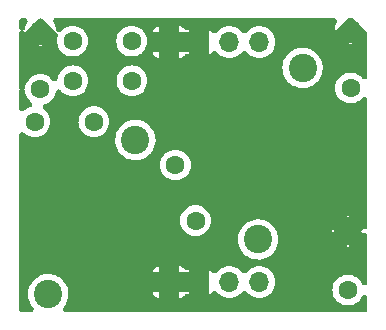
<source format=gbr>
%TF.GenerationSoftware,KiCad,Pcbnew,(6.0.11)*%
%TF.CreationDate,2023-05-06T11:24:47-05:00*%
%TF.ProjectId,SerialResonantFilter,53657269-616c-4526-9573-6f6e616e7446,rev?*%
%TF.SameCoordinates,Original*%
%TF.FileFunction,Copper,L2,Bot*%
%TF.FilePolarity,Positive*%
%FSLAX46Y46*%
G04 Gerber Fmt 4.6, Leading zero omitted, Abs format (unit mm)*
G04 Created by KiCad (PCBNEW (6.0.11)) date 2023-05-06 11:24:47*
%MOMM*%
%LPD*%
G01*
G04 APERTURE LIST*
%TA.AperFunction,ComponentPad*%
%ADD10C,1.600000*%
%TD*%
%TA.AperFunction,ComponentPad*%
%ADD11C,2.400000*%
%TD*%
%TA.AperFunction,ComponentPad*%
%ADD12R,1.700000X1.700000*%
%TD*%
%TA.AperFunction,ComponentPad*%
%ADD13O,1.700000X1.700000*%
%TD*%
G04 APERTURE END LIST*
D10*
%TO.P,C1,1*%
%TO.N,GND*%
X147940000Y-90330000D03*
%TO.P,C1,2*%
%TO.N,Net-(C1-Pad2)*%
X147940000Y-95330000D03*
%TD*%
%TO.P,C2,1*%
%TO.N,Net-(C2-Pad1)*%
X129400000Y-91360000D03*
%TO.P,C2,2*%
%TO.N,Net-(C2-Pad2)*%
X124400000Y-91360000D03*
%TD*%
%TO.P,C3,1*%
%TO.N,Net-(C2-Pad1)*%
X129420000Y-94720000D03*
%TO.P,C3,2*%
%TO.N,Net-(C2-Pad2)*%
X124420000Y-94720000D03*
%TD*%
%TO.P,C4,2*%
%TO.N,Net-(C2-Pad2)*%
X121670000Y-95460000D03*
%TO.P,C4,1*%
%TO.N,GND*%
X121670000Y-90460000D03*
%TD*%
%TO.P,C5,1*%
%TO.N,Net-(C2-Pad2)*%
X126200000Y-98180000D03*
%TO.P,C5,2*%
%TO.N,Net-(C5-Pad2)*%
X121200000Y-98180000D03*
%TD*%
%TO.P,C6,1*%
%TO.N,GND*%
X147701000Y-107442000D03*
%TO.P,C6,2*%
%TO.N,Net-(C5-Pad2)*%
X147701000Y-112442000D03*
%TD*%
%TO.P,C7,1*%
%TO.N,Net-(C2-Pad2)*%
X133096000Y-101854000D03*
%TO.P,C7,2*%
%TO.N,Net-(C5-Pad2)*%
X134806101Y-106552463D03*
%TD*%
D11*
%TO.P,L2,1*%
%TO.N,Net-(C1-Pad2)*%
X143868600Y-93639452D03*
%TO.P,L2,2*%
%TO.N,Net-(C2-Pad1)*%
X140114472Y-108152326D03*
%TD*%
%TO.P,L3,1*%
%TO.N,Net-(C2-Pad2)*%
X129720000Y-99739705D03*
%TO.P,L3,2*%
%TO.N,Net-(C5-Pad2)*%
X122337583Y-112786425D03*
%TD*%
D12*
%TO.P,J1,1,Pin_1*%
%TO.N,GND*%
X132588000Y-111760000D03*
D13*
%TO.P,J1,2,Pin_2*%
X135128000Y-111760000D03*
%TO.P,J1,3,Pin_3*%
%TO.N,Net-(C5-Pad2)*%
X137668000Y-111760000D03*
%TO.P,J1,4,Pin_4*%
X140208000Y-111760000D03*
%TD*%
D12*
%TO.P,J2,1,Pin_1*%
%TO.N,GND*%
X132588000Y-91440000D03*
D13*
%TO.P,J2,2,Pin_2*%
X135128000Y-91440000D03*
%TO.P,J2,3,Pin_3*%
%TO.N,Net-(C1-Pad2)*%
X137668000Y-91440000D03*
%TO.P,J2,4,Pin_4*%
X140208000Y-91440000D03*
%TD*%
%TA.AperFunction,Conductor*%
%TO.N,GND*%
G36*
X120432060Y-89419454D02*
G01*
X120512842Y-89473430D01*
X120566818Y-89554212D01*
X120585772Y-89649500D01*
X120566818Y-89744788D01*
X120540741Y-89792320D01*
X120539147Y-89794597D01*
X120528320Y-89813349D01*
X120440779Y-90001081D01*
X120433375Y-90021424D01*
X120379763Y-90221507D01*
X120374717Y-90250124D01*
X120339505Y-90340673D01*
X120272321Y-90410854D01*
X120213415Y-90436774D01*
X120224788Y-90439036D01*
X120305570Y-90493012D01*
X120359546Y-90573794D01*
X120368553Y-90599407D01*
X120374859Y-90621043D01*
X120385085Y-90613545D01*
X120538629Y-90460000D01*
X121493930Y-89504700D01*
X121574711Y-89450723D01*
X121669999Y-89431769D01*
X121765287Y-89450723D01*
X121846070Y-89504699D01*
X122801371Y-90460000D01*
X122951043Y-90609673D01*
X122970252Y-90622508D01*
X122976270Y-90623705D01*
X123066029Y-90660885D01*
X123134728Y-90729584D01*
X123171907Y-90819344D01*
X123171906Y-90916499D01*
X123168207Y-90932365D01*
X123114365Y-91133308D01*
X123113418Y-91144136D01*
X123113417Y-91144140D01*
X123095480Y-91349164D01*
X123094532Y-91360000D01*
X123114365Y-91586692D01*
X123125981Y-91630044D01*
X123159501Y-91755141D01*
X123173261Y-91806496D01*
X123269432Y-92012734D01*
X123399953Y-92199139D01*
X123560861Y-92360047D01*
X123651965Y-92423838D01*
X123728359Y-92477329D01*
X123747266Y-92490568D01*
X123953504Y-92586739D01*
X124173308Y-92645635D01*
X124184136Y-92646582D01*
X124184140Y-92646583D01*
X124389164Y-92664520D01*
X124400000Y-92665468D01*
X124410836Y-92664520D01*
X124615860Y-92646583D01*
X124615864Y-92646582D01*
X124626692Y-92645635D01*
X124846496Y-92586739D01*
X125052734Y-92490568D01*
X125071642Y-92477329D01*
X125148035Y-92423838D01*
X125239139Y-92360047D01*
X125400047Y-92199139D01*
X125530568Y-92012734D01*
X125626739Y-91806496D01*
X125640500Y-91755141D01*
X125674019Y-91630044D01*
X125685635Y-91586692D01*
X125705468Y-91360000D01*
X128094532Y-91360000D01*
X128114365Y-91586692D01*
X128125981Y-91630044D01*
X128159501Y-91755141D01*
X128173261Y-91806496D01*
X128269432Y-92012734D01*
X128399953Y-92199139D01*
X128560861Y-92360047D01*
X128651965Y-92423838D01*
X128728359Y-92477329D01*
X128747266Y-92490568D01*
X128953504Y-92586739D01*
X129173308Y-92645635D01*
X129184136Y-92646582D01*
X129184140Y-92646583D01*
X129389164Y-92664520D01*
X129400000Y-92665468D01*
X129410836Y-92664520D01*
X129615860Y-92646583D01*
X129615864Y-92646582D01*
X129626692Y-92645635D01*
X129846496Y-92586739D01*
X130052734Y-92490568D01*
X130071642Y-92477329D01*
X130148035Y-92423838D01*
X130239139Y-92360047D01*
X130267840Y-92331346D01*
X131230001Y-92331346D01*
X131230729Y-92344792D01*
X131235062Y-92384685D01*
X131242228Y-92414826D01*
X131281600Y-92519850D01*
X131298469Y-92550660D01*
X131364453Y-92638703D01*
X131389297Y-92663547D01*
X131477340Y-92729531D01*
X131508150Y-92746400D01*
X131613178Y-92785773D01*
X131643309Y-92792938D01*
X131683214Y-92797273D01*
X131696650Y-92798000D01*
X131713473Y-92798000D01*
X131733931Y-92793931D01*
X131738000Y-92773473D01*
X131738000Y-92773472D01*
X133438000Y-92773472D01*
X133442069Y-92793930D01*
X133462527Y-92797999D01*
X133479346Y-92797999D01*
X133492792Y-92797271D01*
X133532685Y-92792938D01*
X133562826Y-92785772D01*
X133667850Y-92746400D01*
X133698660Y-92729531D01*
X133786703Y-92663547D01*
X133811547Y-92638703D01*
X133888172Y-92536462D01*
X133889145Y-92537192D01*
X133939286Y-92477329D01*
X134025424Y-92432391D01*
X134122202Y-92423838D01*
X134214886Y-92452971D01*
X134254369Y-92479804D01*
X134259130Y-92483757D01*
X134276073Y-92492937D01*
X134276179Y-92492740D01*
X134278000Y-92480702D01*
X134278000Y-92477329D01*
X135978000Y-92477329D01*
X135981760Y-92496231D01*
X135986578Y-92495273D01*
X135989511Y-92493647D01*
X135999217Y-92486724D01*
X136014773Y-92473579D01*
X136158477Y-92330374D01*
X136171672Y-92314870D01*
X136199943Y-92275526D01*
X136270940Y-92209204D01*
X136361912Y-92175100D01*
X136459011Y-92178406D01*
X136547454Y-92218617D01*
X136606121Y-92278005D01*
X136629505Y-92311401D01*
X136796599Y-92478495D01*
X136805497Y-92484725D01*
X136805500Y-92484728D01*
X136981271Y-92607804D01*
X136990170Y-92614035D01*
X137000015Y-92618626D01*
X137000017Y-92618627D01*
X137050349Y-92642097D01*
X137204337Y-92713903D01*
X137214835Y-92716716D01*
X137214838Y-92716717D01*
X137262662Y-92729531D01*
X137432592Y-92775063D01*
X137443425Y-92776011D01*
X137443426Y-92776011D01*
X137555005Y-92785773D01*
X137648250Y-92793931D01*
X137657165Y-92794711D01*
X137668000Y-92795659D01*
X137678835Y-92794711D01*
X137687751Y-92793931D01*
X137780995Y-92785773D01*
X137892574Y-92776011D01*
X137892575Y-92776011D01*
X137903408Y-92775063D01*
X138073338Y-92729531D01*
X138121162Y-92716717D01*
X138121165Y-92716716D01*
X138131663Y-92713903D01*
X138285651Y-92642097D01*
X138335983Y-92618627D01*
X138335985Y-92618626D01*
X138345830Y-92614035D01*
X138354729Y-92607804D01*
X138530500Y-92484728D01*
X138530503Y-92484725D01*
X138539401Y-92478495D01*
X138706495Y-92311401D01*
X138734032Y-92272074D01*
X138804211Y-92204891D01*
X138894760Y-92169678D01*
X138991892Y-92171797D01*
X139080819Y-92210925D01*
X139141968Y-92272074D01*
X139169505Y-92311401D01*
X139336599Y-92478495D01*
X139345497Y-92484725D01*
X139345500Y-92484728D01*
X139521271Y-92607804D01*
X139530170Y-92614035D01*
X139540015Y-92618626D01*
X139540017Y-92618627D01*
X139590349Y-92642097D01*
X139744337Y-92713903D01*
X139754835Y-92716716D01*
X139754838Y-92716717D01*
X139802662Y-92729531D01*
X139972592Y-92775063D01*
X139983425Y-92776011D01*
X139983426Y-92776011D01*
X140095005Y-92785773D01*
X140188250Y-92793931D01*
X140197165Y-92794711D01*
X140208000Y-92795659D01*
X140218835Y-92794711D01*
X140227751Y-92793931D01*
X140320995Y-92785773D01*
X140432574Y-92776011D01*
X140432575Y-92776011D01*
X140443408Y-92775063D01*
X140613338Y-92729531D01*
X140661162Y-92716717D01*
X140661165Y-92716716D01*
X140671663Y-92713903D01*
X140825651Y-92642097D01*
X140875983Y-92618627D01*
X140875985Y-92618626D01*
X140885830Y-92614035D01*
X140894729Y-92607804D01*
X141070500Y-92484728D01*
X141070503Y-92484725D01*
X141079401Y-92478495D01*
X141246495Y-92311401D01*
X141348268Y-92166053D01*
X141375797Y-92126738D01*
X141375798Y-92126737D01*
X141382035Y-92117829D01*
X141407863Y-92062441D01*
X141477307Y-91913520D01*
X141477309Y-91913516D01*
X141481903Y-91903663D01*
X141543063Y-91675408D01*
X141547296Y-91627030D01*
X147779645Y-91627030D01*
X147791964Y-91630044D01*
X147929164Y-91642048D01*
X147950836Y-91642048D01*
X148082582Y-91630522D01*
X148101043Y-91625141D01*
X148093545Y-91614915D01*
X147957341Y-91478711D01*
X147940000Y-91467124D01*
X147922659Y-91478711D01*
X147790327Y-91611043D01*
X147779645Y-91627030D01*
X141547296Y-91627030D01*
X141563659Y-91440000D01*
X141543063Y-91204592D01*
X141481903Y-90976337D01*
X141452604Y-90913504D01*
X141386631Y-90772027D01*
X141382035Y-90762171D01*
X141246495Y-90568599D01*
X141079401Y-90401505D01*
X141070503Y-90395275D01*
X141070500Y-90395272D01*
X140894729Y-90272196D01*
X140894728Y-90272195D01*
X140885830Y-90265965D01*
X140875985Y-90261374D01*
X140875983Y-90261373D01*
X140759135Y-90206886D01*
X140671663Y-90166097D01*
X140661165Y-90163284D01*
X140661162Y-90163283D01*
X140549116Y-90133261D01*
X140443408Y-90104937D01*
X140432575Y-90103989D01*
X140432574Y-90103989D01*
X140227762Y-90086070D01*
X140208000Y-90084341D01*
X140188238Y-90086070D01*
X139983426Y-90103989D01*
X139983425Y-90103989D01*
X139972592Y-90104937D01*
X139744337Y-90166097D01*
X139734484Y-90170691D01*
X139734480Y-90170693D01*
X139564142Y-90250124D01*
X139530171Y-90265965D01*
X139336599Y-90401505D01*
X139169505Y-90568599D01*
X139141968Y-90607926D01*
X139071789Y-90675109D01*
X138981240Y-90710322D01*
X138884108Y-90708203D01*
X138795181Y-90669075D01*
X138734032Y-90607926D01*
X138706495Y-90568599D01*
X138539401Y-90401505D01*
X138530503Y-90395275D01*
X138530500Y-90395272D01*
X138354729Y-90272196D01*
X138354728Y-90272195D01*
X138345830Y-90265965D01*
X138335985Y-90261374D01*
X138335983Y-90261373D01*
X138219135Y-90206886D01*
X138131663Y-90166097D01*
X138121165Y-90163284D01*
X138121162Y-90163283D01*
X138009116Y-90133261D01*
X137903408Y-90104937D01*
X137892575Y-90103989D01*
X137892574Y-90103989D01*
X137687762Y-90086070D01*
X137668000Y-90084341D01*
X137648238Y-90086070D01*
X137443426Y-90103989D01*
X137443425Y-90103989D01*
X137432592Y-90104937D01*
X137204337Y-90166097D01*
X137194484Y-90170691D01*
X137194480Y-90170693D01*
X137024142Y-90250124D01*
X136990171Y-90265965D01*
X136796599Y-90401505D01*
X136629505Y-90568599D01*
X136623270Y-90577504D01*
X136623268Y-90577506D01*
X136619173Y-90583354D01*
X136607849Y-90599527D01*
X136537671Y-90666710D01*
X136447122Y-90701924D01*
X136349990Y-90699807D01*
X136261063Y-90660679D01*
X136206603Y-90608638D01*
X136200741Y-90601027D01*
X136064209Y-90450980D01*
X136049305Y-90437082D01*
X135997246Y-90395968D01*
X135980085Y-90387206D01*
X135979271Y-90388800D01*
X135978000Y-90397961D01*
X135978000Y-92477329D01*
X134278000Y-92477329D01*
X134278000Y-92314527D01*
X134273931Y-92294069D01*
X134253473Y-92290000D01*
X134092079Y-92290000D01*
X134055354Y-92297305D01*
X133958201Y-92297305D01*
X133921475Y-92290000D01*
X133462527Y-92290000D01*
X133442069Y-92294069D01*
X133438000Y-92314527D01*
X133438000Y-92773472D01*
X131738000Y-92773472D01*
X131738000Y-92314527D01*
X131733931Y-92294069D01*
X131713473Y-92290000D01*
X131254528Y-92290000D01*
X131234070Y-92294069D01*
X131230001Y-92314527D01*
X131230001Y-92331346D01*
X130267840Y-92331346D01*
X130400047Y-92199139D01*
X130530568Y-92012734D01*
X130626739Y-91806496D01*
X130640500Y-91755141D01*
X130674019Y-91630044D01*
X130685635Y-91586692D01*
X130705468Y-91360000D01*
X130704520Y-91349164D01*
X130686583Y-91144140D01*
X130686582Y-91144136D01*
X130685635Y-91133308D01*
X130626739Y-90913504D01*
X130530568Y-90707266D01*
X130431284Y-90565473D01*
X131230000Y-90565473D01*
X131234069Y-90585931D01*
X131254527Y-90590000D01*
X131713473Y-90590000D01*
X131733931Y-90585931D01*
X131738000Y-90565473D01*
X133438000Y-90565473D01*
X133442069Y-90585931D01*
X133462527Y-90590000D01*
X133921476Y-90590000D01*
X133951469Y-90584034D01*
X134048624Y-90584033D01*
X134063551Y-90588640D01*
X134076709Y-90590000D01*
X134253473Y-90590000D01*
X134273931Y-90585931D01*
X134278000Y-90565473D01*
X134278000Y-90404465D01*
X134274240Y-90385565D01*
X134270952Y-90386219D01*
X134265472Y-90389345D01*
X134243698Y-90405693D01*
X134156117Y-90447749D01*
X134059109Y-90453088D01*
X133967442Y-90420897D01*
X133895072Y-90356077D01*
X133879745Y-90332293D01*
X133811547Y-90241297D01*
X133786703Y-90216453D01*
X133698660Y-90150469D01*
X133667850Y-90133600D01*
X133562822Y-90094227D01*
X133532691Y-90087062D01*
X133492786Y-90082727D01*
X133479350Y-90082000D01*
X133462527Y-90082000D01*
X133442069Y-90086069D01*
X133438000Y-90106527D01*
X133438000Y-90565473D01*
X131738000Y-90565473D01*
X131738000Y-90106528D01*
X131733931Y-90086070D01*
X131713473Y-90082001D01*
X131696654Y-90082001D01*
X131683208Y-90082729D01*
X131643315Y-90087062D01*
X131613174Y-90094228D01*
X131508150Y-90133600D01*
X131477340Y-90150469D01*
X131389297Y-90216453D01*
X131364453Y-90241297D01*
X131298469Y-90329340D01*
X131281600Y-90360150D01*
X131242227Y-90465178D01*
X131235062Y-90495309D01*
X131230727Y-90535214D01*
X131230000Y-90548650D01*
X131230000Y-90565473D01*
X130431284Y-90565473D01*
X130400047Y-90520861D01*
X130239139Y-90359953D01*
X130052734Y-90229432D01*
X129846496Y-90133261D01*
X129626692Y-90074365D01*
X129615864Y-90073418D01*
X129615860Y-90073417D01*
X129410836Y-90055480D01*
X129400000Y-90054532D01*
X129389164Y-90055480D01*
X129184140Y-90073417D01*
X129184136Y-90073418D01*
X129173308Y-90074365D01*
X128953504Y-90133261D01*
X128747266Y-90229432D01*
X128560861Y-90359953D01*
X128399953Y-90520861D01*
X128269432Y-90707266D01*
X128173261Y-90913504D01*
X128114365Y-91133308D01*
X128113418Y-91144136D01*
X128113417Y-91144140D01*
X128095480Y-91349164D01*
X128094532Y-91360000D01*
X125705468Y-91360000D01*
X125704520Y-91349164D01*
X125686583Y-91144140D01*
X125686582Y-91144136D01*
X125685635Y-91133308D01*
X125626739Y-90913504D01*
X125530568Y-90707266D01*
X125400047Y-90520861D01*
X125239139Y-90359953D01*
X125052734Y-90229432D01*
X124846496Y-90133261D01*
X124626692Y-90074365D01*
X124615864Y-90073418D01*
X124615860Y-90073417D01*
X124410836Y-90055480D01*
X124400000Y-90054532D01*
X124389164Y-90055480D01*
X124184140Y-90073417D01*
X124184136Y-90073418D01*
X124173308Y-90074365D01*
X123953504Y-90133261D01*
X123747266Y-90229432D01*
X123560861Y-90359953D01*
X123399953Y-90520861D01*
X123397802Y-90518710D01*
X123337917Y-90566763D01*
X123244641Y-90593941D01*
X123148065Y-90583354D01*
X123062891Y-90536615D01*
X123002087Y-90460839D01*
X122974911Y-90367587D01*
X122963996Y-90242824D01*
X122960237Y-90221507D01*
X122906625Y-90021424D01*
X122899221Y-90001081D01*
X122811680Y-89813349D01*
X122800853Y-89794597D01*
X122799259Y-89792320D01*
X122798363Y-89790283D01*
X122795417Y-89785181D01*
X122795976Y-89784858D01*
X122760130Y-89703393D01*
X122758011Y-89606261D01*
X122793224Y-89515712D01*
X122860408Y-89445531D01*
X122949335Y-89406402D01*
X123003228Y-89400500D01*
X146539363Y-89400500D01*
X146634651Y-89419454D01*
X146715433Y-89473430D01*
X146769409Y-89554212D01*
X146788363Y-89649500D01*
X146769409Y-89744788D01*
X146765033Y-89754732D01*
X146710783Y-89871072D01*
X146703375Y-89891424D01*
X146649763Y-90091507D01*
X146646004Y-90112824D01*
X146627951Y-90319173D01*
X146627952Y-90340833D01*
X146639478Y-90472582D01*
X146644859Y-90491043D01*
X146655085Y-90483545D01*
X146808629Y-90330000D01*
X147665198Y-89473431D01*
X147745979Y-89419454D01*
X147841268Y-89400500D01*
X148038731Y-89400500D01*
X148134019Y-89419454D01*
X148214801Y-89473430D01*
X149071371Y-90330000D01*
X149221044Y-90479674D01*
X149248834Y-90498242D01*
X149317534Y-90566940D01*
X149354715Y-90656700D01*
X149359500Y-90705280D01*
X149359500Y-94309174D01*
X149340546Y-94404462D01*
X149286570Y-94485244D01*
X149205788Y-94539220D01*
X149110500Y-94558174D01*
X149015212Y-94539220D01*
X148934430Y-94485244D01*
X148779139Y-94329953D01*
X148592734Y-94199432D01*
X148386496Y-94103261D01*
X148166692Y-94044365D01*
X148155864Y-94043418D01*
X148155860Y-94043417D01*
X147950836Y-94025480D01*
X147940000Y-94024532D01*
X147929164Y-94025480D01*
X147724140Y-94043417D01*
X147724136Y-94043418D01*
X147713308Y-94044365D01*
X147493504Y-94103261D01*
X147287266Y-94199432D01*
X147100861Y-94329953D01*
X146939953Y-94490861D01*
X146809432Y-94677266D01*
X146713261Y-94883504D01*
X146654365Y-95103308D01*
X146653418Y-95114136D01*
X146653417Y-95114140D01*
X146645618Y-95203285D01*
X146634532Y-95330000D01*
X146635480Y-95340836D01*
X146653276Y-95544241D01*
X146654365Y-95556692D01*
X146713261Y-95776496D01*
X146809432Y-95982734D01*
X146939953Y-96169139D01*
X147100861Y-96330047D01*
X147287266Y-96460568D01*
X147493504Y-96556739D01*
X147504001Y-96559552D01*
X147504002Y-96559552D01*
X147596476Y-96584330D01*
X147713308Y-96615635D01*
X147724136Y-96616582D01*
X147724140Y-96616583D01*
X147929164Y-96634520D01*
X147940000Y-96635468D01*
X147950836Y-96634520D01*
X148155860Y-96616583D01*
X148155864Y-96616582D01*
X148166692Y-96615635D01*
X148283524Y-96584330D01*
X148375998Y-96559552D01*
X148375999Y-96559552D01*
X148386496Y-96556739D01*
X148592734Y-96460568D01*
X148779139Y-96330047D01*
X148934430Y-96174756D01*
X149015212Y-96120780D01*
X149110500Y-96101826D01*
X149205788Y-96120780D01*
X149286570Y-96174756D01*
X149340546Y-96255538D01*
X149359500Y-96350826D01*
X149359500Y-107057392D01*
X149340546Y-107152680D01*
X149286570Y-107233462D01*
X149205788Y-107287438D01*
X149110500Y-107306392D01*
X149015212Y-107287438D01*
X148999544Y-107279923D01*
X148996237Y-107280887D01*
X148985915Y-107288455D01*
X148849714Y-107424657D01*
X148838125Y-107442001D01*
X148849711Y-107459340D01*
X148982041Y-107591671D01*
X149000394Y-107603934D01*
X149027427Y-107598557D01*
X149061929Y-107584267D01*
X149159084Y-107584270D01*
X149248842Y-107621452D01*
X149317540Y-107690152D01*
X149354717Y-107779913D01*
X149359500Y-107828484D01*
X149359500Y-111798253D01*
X149340546Y-111893541D01*
X149286570Y-111974323D01*
X149205788Y-112028299D01*
X149110500Y-112047253D01*
X149015212Y-112028299D01*
X148934430Y-111974323D01*
X148884830Y-111903485D01*
X148836166Y-111799126D01*
X148836164Y-111799122D01*
X148831568Y-111789266D01*
X148701047Y-111602861D01*
X148540139Y-111441953D01*
X148353734Y-111311432D01*
X148147496Y-111215261D01*
X148110426Y-111205328D01*
X147938190Y-111159178D01*
X147938191Y-111159178D01*
X147927692Y-111156365D01*
X147916864Y-111155418D01*
X147916860Y-111155417D01*
X147711836Y-111137480D01*
X147701000Y-111136532D01*
X147690164Y-111137480D01*
X147485140Y-111155417D01*
X147485136Y-111155418D01*
X147474308Y-111156365D01*
X147463809Y-111159178D01*
X147463810Y-111159178D01*
X147291575Y-111205328D01*
X147254504Y-111215261D01*
X147048266Y-111311432D01*
X146861861Y-111441953D01*
X146700953Y-111602861D01*
X146570432Y-111789266D01*
X146474261Y-111995504D01*
X146415365Y-112215308D01*
X146414418Y-112226136D01*
X146414417Y-112226140D01*
X146396759Y-112427973D01*
X146395532Y-112442000D01*
X146396480Y-112452836D01*
X146409181Y-112598005D01*
X146415365Y-112668692D01*
X146418178Y-112679190D01*
X146465678Y-112856462D01*
X146474261Y-112888496D01*
X146570432Y-113094734D01*
X146576670Y-113103642D01*
X146576670Y-113103643D01*
X146583178Y-113112938D01*
X146700953Y-113281139D01*
X146861861Y-113442047D01*
X147048266Y-113572568D01*
X147254504Y-113668739D01*
X147474308Y-113727635D01*
X147485136Y-113728582D01*
X147485140Y-113728583D01*
X147690164Y-113746520D01*
X147701000Y-113747468D01*
X147711836Y-113746520D01*
X147916860Y-113728583D01*
X147916864Y-113728582D01*
X147927692Y-113727635D01*
X148147496Y-113668739D01*
X148353734Y-113572568D01*
X148540139Y-113442047D01*
X148701047Y-113281139D01*
X148818822Y-113112938D01*
X148825330Y-113103643D01*
X148825330Y-113103642D01*
X148831568Y-113094734D01*
X148836166Y-113084874D01*
X148884830Y-112980515D01*
X148942278Y-112902165D01*
X149025338Y-112851763D01*
X149121362Y-112836984D01*
X149215732Y-112860077D01*
X149294082Y-112917525D01*
X149344484Y-113000585D01*
X149359500Y-113085747D01*
X149359500Y-114058500D01*
X149340546Y-114153788D01*
X149286570Y-114234570D01*
X149205788Y-114288546D01*
X149110500Y-114307500D01*
X123815081Y-114307500D01*
X123719793Y-114288546D01*
X123639011Y-114234570D01*
X123585035Y-114153788D01*
X123566081Y-114058500D01*
X123585035Y-113963212D01*
X123627874Y-113894322D01*
X123693379Y-113819629D01*
X123693387Y-113819619D01*
X123699471Y-113812681D01*
X123836202Y-113600109D01*
X123848609Y-113572568D01*
X123936218Y-113378081D01*
X123940011Y-113369661D01*
X124008617Y-113126401D01*
X124010204Y-113113931D01*
X124020969Y-113029309D01*
X124040514Y-112875672D01*
X124042162Y-112812740D01*
X124042688Y-112792665D01*
X124042688Y-112792657D01*
X124042851Y-112786425D01*
X124032813Y-112651346D01*
X131230001Y-112651346D01*
X131230729Y-112664792D01*
X131235062Y-112704685D01*
X131242228Y-112734826D01*
X131281600Y-112839850D01*
X131298469Y-112870660D01*
X131364453Y-112958703D01*
X131389297Y-112983547D01*
X131477340Y-113049531D01*
X131508150Y-113066400D01*
X131613178Y-113105773D01*
X131643309Y-113112938D01*
X131683214Y-113117273D01*
X131696650Y-113118000D01*
X131713473Y-113118000D01*
X131733931Y-113113931D01*
X131738000Y-113093473D01*
X131738000Y-113093472D01*
X133438000Y-113093472D01*
X133442069Y-113113930D01*
X133462527Y-113117999D01*
X133479346Y-113117999D01*
X133492792Y-113117271D01*
X133532685Y-113112938D01*
X133562826Y-113105772D01*
X133667850Y-113066400D01*
X133698660Y-113049531D01*
X133786703Y-112983547D01*
X133811547Y-112958703D01*
X133888172Y-112856462D01*
X133889145Y-112857192D01*
X133939286Y-112797329D01*
X134025424Y-112752391D01*
X134122202Y-112743838D01*
X134214886Y-112772971D01*
X134254369Y-112799804D01*
X134259130Y-112803757D01*
X134276073Y-112812937D01*
X134276179Y-112812740D01*
X134278000Y-112800702D01*
X134278000Y-112797329D01*
X135978000Y-112797329D01*
X135981760Y-112816231D01*
X135986578Y-112815273D01*
X135989511Y-112813647D01*
X135999217Y-112806724D01*
X136014773Y-112793579D01*
X136158477Y-112650374D01*
X136171672Y-112634870D01*
X136199943Y-112595526D01*
X136270940Y-112529204D01*
X136361912Y-112495100D01*
X136459011Y-112498406D01*
X136547454Y-112538617D01*
X136606121Y-112598005D01*
X136629505Y-112631401D01*
X136796599Y-112798495D01*
X136805497Y-112804725D01*
X136805500Y-112804728D01*
X136939205Y-112898349D01*
X136990170Y-112934035D01*
X137000015Y-112938626D01*
X137000017Y-112938627D01*
X137076945Y-112974499D01*
X137204337Y-113033903D01*
X137214835Y-113036716D01*
X137214838Y-113036717D01*
X137262662Y-113049531D01*
X137432592Y-113095063D01*
X137443425Y-113096011D01*
X137443426Y-113096011D01*
X137555005Y-113105773D01*
X137648250Y-113113931D01*
X137657165Y-113114711D01*
X137668000Y-113115659D01*
X137678835Y-113114711D01*
X137687751Y-113113931D01*
X137780995Y-113105773D01*
X137892574Y-113096011D01*
X137892575Y-113096011D01*
X137903408Y-113095063D01*
X138073338Y-113049531D01*
X138121162Y-113036717D01*
X138121165Y-113036716D01*
X138131663Y-113033903D01*
X138259055Y-112974499D01*
X138335983Y-112938627D01*
X138335985Y-112938626D01*
X138345830Y-112934035D01*
X138396795Y-112898349D01*
X138530500Y-112804728D01*
X138530503Y-112804725D01*
X138539401Y-112798495D01*
X138706495Y-112631401D01*
X138734032Y-112592074D01*
X138804211Y-112524891D01*
X138894760Y-112489678D01*
X138991892Y-112491797D01*
X139080819Y-112530925D01*
X139141968Y-112592074D01*
X139169505Y-112631401D01*
X139336599Y-112798495D01*
X139345497Y-112804725D01*
X139345500Y-112804728D01*
X139479205Y-112898349D01*
X139530170Y-112934035D01*
X139540015Y-112938626D01*
X139540017Y-112938627D01*
X139616945Y-112974499D01*
X139744337Y-113033903D01*
X139754835Y-113036716D01*
X139754838Y-113036717D01*
X139802662Y-113049531D01*
X139972592Y-113095063D01*
X139983425Y-113096011D01*
X139983426Y-113096011D01*
X140095005Y-113105773D01*
X140188250Y-113113931D01*
X140197165Y-113114711D01*
X140208000Y-113115659D01*
X140218835Y-113114711D01*
X140227751Y-113113931D01*
X140320995Y-113105773D01*
X140432574Y-113096011D01*
X140432575Y-113096011D01*
X140443408Y-113095063D01*
X140613338Y-113049531D01*
X140661162Y-113036717D01*
X140661165Y-113036716D01*
X140671663Y-113033903D01*
X140799055Y-112974499D01*
X140875983Y-112938627D01*
X140875985Y-112938626D01*
X140885830Y-112934035D01*
X140936795Y-112898349D01*
X141070500Y-112804728D01*
X141070503Y-112804725D01*
X141079401Y-112798495D01*
X141246495Y-112631401D01*
X141382035Y-112437829D01*
X141447768Y-112296865D01*
X141477307Y-112233520D01*
X141477309Y-112233516D01*
X141481903Y-112223663D01*
X141543063Y-111995408D01*
X141563659Y-111760000D01*
X141543063Y-111524592D01*
X141481903Y-111296337D01*
X141444097Y-111215261D01*
X141386631Y-111092027D01*
X141382035Y-111082171D01*
X141246495Y-110888599D01*
X141079401Y-110721505D01*
X141070503Y-110715275D01*
X141070500Y-110715272D01*
X140894729Y-110592196D01*
X140894728Y-110592195D01*
X140885830Y-110585965D01*
X140875985Y-110581374D01*
X140875983Y-110581373D01*
X140779651Y-110536453D01*
X140671663Y-110486097D01*
X140661165Y-110483284D01*
X140661162Y-110483283D01*
X140550381Y-110453600D01*
X140443408Y-110424937D01*
X140432575Y-110423989D01*
X140432574Y-110423989D01*
X140227762Y-110406070D01*
X140208000Y-110404341D01*
X140188238Y-110406070D01*
X139983426Y-110423989D01*
X139983425Y-110423989D01*
X139972592Y-110424937D01*
X139744337Y-110486097D01*
X139734484Y-110490691D01*
X139734480Y-110490693D01*
X139636349Y-110536453D01*
X139530171Y-110585965D01*
X139336599Y-110721505D01*
X139169505Y-110888599D01*
X139141968Y-110927926D01*
X139071789Y-110995109D01*
X138981240Y-111030322D01*
X138884108Y-111028203D01*
X138795181Y-110989075D01*
X138734032Y-110927926D01*
X138706495Y-110888599D01*
X138539401Y-110721505D01*
X138530503Y-110715275D01*
X138530500Y-110715272D01*
X138354729Y-110592196D01*
X138354728Y-110592195D01*
X138345830Y-110585965D01*
X138335985Y-110581374D01*
X138335983Y-110581373D01*
X138239651Y-110536453D01*
X138131663Y-110486097D01*
X138121165Y-110483284D01*
X138121162Y-110483283D01*
X138010381Y-110453600D01*
X137903408Y-110424937D01*
X137892575Y-110423989D01*
X137892574Y-110423989D01*
X137687762Y-110406070D01*
X137668000Y-110404341D01*
X137648238Y-110406070D01*
X137443426Y-110423989D01*
X137443425Y-110423989D01*
X137432592Y-110424937D01*
X137204337Y-110486097D01*
X137194484Y-110490691D01*
X137194480Y-110490693D01*
X137096349Y-110536453D01*
X136990171Y-110585965D01*
X136796599Y-110721505D01*
X136629505Y-110888599D01*
X136623270Y-110897504D01*
X136623268Y-110897506D01*
X136618698Y-110904033D01*
X136607849Y-110919527D01*
X136537671Y-110986710D01*
X136447122Y-111021924D01*
X136349990Y-111019807D01*
X136261063Y-110980679D01*
X136206603Y-110928638D01*
X136200741Y-110921027D01*
X136064209Y-110770980D01*
X136049305Y-110757082D01*
X135997246Y-110715968D01*
X135980085Y-110707206D01*
X135979271Y-110708800D01*
X135978000Y-110717961D01*
X135978000Y-112797329D01*
X134278000Y-112797329D01*
X134278000Y-112634527D01*
X134273931Y-112614069D01*
X134253473Y-112610000D01*
X134092079Y-112610000D01*
X134055354Y-112617305D01*
X133958201Y-112617305D01*
X133921475Y-112610000D01*
X133462527Y-112610000D01*
X133442069Y-112614069D01*
X133438000Y-112634527D01*
X133438000Y-113093472D01*
X131738000Y-113093472D01*
X131738000Y-112634527D01*
X131733931Y-112614069D01*
X131713473Y-112610000D01*
X131254528Y-112610000D01*
X131234070Y-112614069D01*
X131230001Y-112634527D01*
X131230001Y-112651346D01*
X124032813Y-112651346D01*
X124031902Y-112639087D01*
X124024805Y-112543587D01*
X124024805Y-112543586D01*
X124024120Y-112534370D01*
X123968339Y-112287853D01*
X123876733Y-112052288D01*
X123751314Y-111832851D01*
X123745602Y-111825605D01*
X123745597Y-111825598D01*
X123600554Y-111641613D01*
X123600550Y-111641609D01*
X123594838Y-111634363D01*
X123410743Y-111461183D01*
X123403164Y-111455925D01*
X123403160Y-111455922D01*
X123210666Y-111322384D01*
X123210664Y-111322383D01*
X123203072Y-111317116D01*
X123194783Y-111313028D01*
X123194779Y-111313026D01*
X122984674Y-111209414D01*
X122984672Y-111209413D01*
X122976388Y-111205328D01*
X122832215Y-111159178D01*
X122744469Y-111131090D01*
X122744462Y-111131088D01*
X122735670Y-111128274D01*
X122613719Y-111108413D01*
X122495322Y-111089130D01*
X122495316Y-111089129D01*
X122486207Y-111087646D01*
X122476977Y-111087525D01*
X122476975Y-111087525D01*
X122303284Y-111085252D01*
X122233479Y-111084338D01*
X122224324Y-111085584D01*
X122224323Y-111085584D01*
X121992190Y-111117175D01*
X121992184Y-111117176D01*
X121983038Y-111118421D01*
X121740386Y-111189148D01*
X121732007Y-111193011D01*
X121732001Y-111193013D01*
X121519243Y-111291096D01*
X121510853Y-111294964D01*
X121299482Y-111433545D01*
X121292593Y-111439694D01*
X121292590Y-111439696D01*
X121118470Y-111595104D01*
X121110916Y-111601846D01*
X120949298Y-111796171D01*
X120927040Y-111832851D01*
X120822967Y-112004357D01*
X120822964Y-112004363D01*
X120818178Y-112012250D01*
X120814609Y-112020761D01*
X120814607Y-112020765D01*
X120726015Y-112232033D01*
X120720437Y-112245336D01*
X120658222Y-112490308D01*
X120632899Y-112741786D01*
X120636307Y-112812740D01*
X120643319Y-112958703D01*
X120645026Y-112994245D01*
X120694335Y-113242138D01*
X120697456Y-113250830D01*
X120697456Y-113250831D01*
X120768349Y-113448284D01*
X120779743Y-113480020D01*
X120784115Y-113488157D01*
X120784117Y-113488161D01*
X120881146Y-113668739D01*
X120899375Y-113702665D01*
X120904902Y-113710067D01*
X120904903Y-113710068D01*
X121050601Y-113905181D01*
X121049143Y-113906270D01*
X121090993Y-113979498D01*
X121103251Y-114075877D01*
X121077693Y-114169610D01*
X121018211Y-114246428D01*
X120933860Y-114294635D01*
X120854858Y-114307500D01*
X120129500Y-114307500D01*
X120034212Y-114288546D01*
X119953430Y-114234570D01*
X119899454Y-114153788D01*
X119880500Y-114058500D01*
X119880500Y-110885473D01*
X131230000Y-110885473D01*
X131234069Y-110905931D01*
X131254527Y-110910000D01*
X131713473Y-110910000D01*
X131733931Y-110905931D01*
X131738000Y-110885473D01*
X133438000Y-110885473D01*
X133442069Y-110905931D01*
X133462527Y-110910000D01*
X133921476Y-110910000D01*
X133951469Y-110904034D01*
X134048624Y-110904033D01*
X134063551Y-110908640D01*
X134076709Y-110910000D01*
X134253473Y-110910000D01*
X134273931Y-110905931D01*
X134278000Y-110885473D01*
X134278000Y-110724465D01*
X134274240Y-110705565D01*
X134270952Y-110706219D01*
X134265472Y-110709345D01*
X134243698Y-110725693D01*
X134156117Y-110767749D01*
X134059109Y-110773088D01*
X133967442Y-110740897D01*
X133895072Y-110676077D01*
X133879745Y-110652293D01*
X133811547Y-110561297D01*
X133786703Y-110536453D01*
X133698660Y-110470469D01*
X133667850Y-110453600D01*
X133562822Y-110414227D01*
X133532691Y-110407062D01*
X133492786Y-110402727D01*
X133479350Y-110402000D01*
X133462527Y-110402000D01*
X133442069Y-110406069D01*
X133438000Y-110426527D01*
X133438000Y-110885473D01*
X131738000Y-110885473D01*
X131738000Y-110426528D01*
X131733931Y-110406070D01*
X131713473Y-110402001D01*
X131696654Y-110402001D01*
X131683208Y-110402729D01*
X131643315Y-110407062D01*
X131613174Y-110414228D01*
X131508150Y-110453600D01*
X131477340Y-110470469D01*
X131389297Y-110536453D01*
X131364453Y-110561297D01*
X131298469Y-110649340D01*
X131281600Y-110680150D01*
X131242227Y-110785178D01*
X131235062Y-110815309D01*
X131230727Y-110855214D01*
X131230000Y-110868650D01*
X131230000Y-110885473D01*
X119880500Y-110885473D01*
X119880500Y-108107687D01*
X138409788Y-108107687D01*
X138421915Y-108360146D01*
X138471224Y-108608039D01*
X138474345Y-108616731D01*
X138474345Y-108616732D01*
X138513905Y-108726915D01*
X138556632Y-108845921D01*
X138561004Y-108854058D01*
X138561006Y-108854062D01*
X138625330Y-108973773D01*
X138676264Y-109068566D01*
X138827490Y-109271082D01*
X139006989Y-109449022D01*
X139014441Y-109454486D01*
X139111901Y-109525946D01*
X139210818Y-109598475D01*
X139218982Y-109602771D01*
X139218988Y-109602774D01*
X139327864Y-109660056D01*
X139434498Y-109716159D01*
X139673116Y-109799488D01*
X139921430Y-109846632D01*
X139930652Y-109846994D01*
X139930658Y-109846995D01*
X140047707Y-109851593D01*
X140173985Y-109856555D01*
X140183160Y-109855550D01*
X140183165Y-109855550D01*
X140416049Y-109830045D01*
X140416053Y-109830044D01*
X140425232Y-109829039D01*
X140669653Y-109764689D01*
X140901877Y-109664917D01*
X140909729Y-109660058D01*
X140909733Y-109660056D01*
X141108944Y-109536780D01*
X141116803Y-109531917D01*
X141309710Y-109368609D01*
X141395240Y-109271082D01*
X141470274Y-109185522D01*
X141470275Y-109185520D01*
X141476360Y-109178582D01*
X141613091Y-108966010D01*
X141715338Y-108739030D01*
X147540646Y-108739030D01*
X147552968Y-108742045D01*
X147690164Y-108754048D01*
X147711836Y-108754048D01*
X147843582Y-108742522D01*
X147862043Y-108737141D01*
X147854545Y-108726915D01*
X147718343Y-108590714D01*
X147700999Y-108579125D01*
X147683660Y-108590711D01*
X147551329Y-108723041D01*
X147540646Y-108739030D01*
X141715338Y-108739030D01*
X141716900Y-108735562D01*
X141785506Y-108492302D01*
X141817403Y-108241573D01*
X141819740Y-108152326D01*
X141801009Y-107900271D01*
X141745228Y-107653754D01*
X141669625Y-107459340D01*
X141667096Y-107452836D01*
X146388952Y-107452836D01*
X146400478Y-107584582D01*
X146405859Y-107603043D01*
X146416085Y-107595545D01*
X146552286Y-107459343D01*
X146563875Y-107441999D01*
X146552289Y-107424660D01*
X146419959Y-107292329D01*
X146403970Y-107281646D01*
X146400955Y-107293968D01*
X146388952Y-107431164D01*
X146388952Y-107452836D01*
X141667096Y-107452836D01*
X141656974Y-107426808D01*
X141656973Y-107426805D01*
X141653622Y-107418189D01*
X141528203Y-107198752D01*
X141522491Y-107191506D01*
X141522486Y-107191499D01*
X141377443Y-107007514D01*
X141377439Y-107007510D01*
X141371727Y-107000264D01*
X141187632Y-106827084D01*
X141180053Y-106821826D01*
X141180049Y-106821823D01*
X140987555Y-106688285D01*
X140987553Y-106688284D01*
X140979961Y-106683017D01*
X140971672Y-106678929D01*
X140971668Y-106678927D01*
X140761563Y-106575315D01*
X140761561Y-106575314D01*
X140753277Y-106571229D01*
X140660800Y-106541627D01*
X140521358Y-106496991D01*
X140521351Y-106496989D01*
X140512559Y-106494175D01*
X140390608Y-106474314D01*
X140272211Y-106455031D01*
X140272205Y-106455030D01*
X140263096Y-106453547D01*
X140253866Y-106453426D01*
X140253864Y-106453426D01*
X140080173Y-106451153D01*
X140010368Y-106450239D01*
X140001213Y-106451485D01*
X140001212Y-106451485D01*
X139769079Y-106483076D01*
X139769073Y-106483077D01*
X139759927Y-106484322D01*
X139517275Y-106555049D01*
X139508896Y-106558912D01*
X139508890Y-106558914D01*
X139296132Y-106656997D01*
X139287742Y-106660865D01*
X139280014Y-106665932D01*
X139091308Y-106789653D01*
X139076371Y-106799446D01*
X139069482Y-106805595D01*
X139069479Y-106805597D01*
X139045405Y-106827084D01*
X138887805Y-106967747D01*
X138726187Y-107162072D01*
X138671498Y-107252196D01*
X138599856Y-107370258D01*
X138599853Y-107370264D01*
X138595067Y-107378151D01*
X138591498Y-107386662D01*
X138591496Y-107386666D01*
X138561020Y-107459343D01*
X138497326Y-107611237D01*
X138435111Y-107856209D01*
X138409788Y-108107687D01*
X119880500Y-108107687D01*
X119880500Y-106552463D01*
X133500633Y-106552463D01*
X133501581Y-106563299D01*
X133509779Y-106656997D01*
X133520466Y-106779155D01*
X133579362Y-106998959D01*
X133675533Y-107205197D01*
X133806054Y-107391602D01*
X133966962Y-107552510D01*
X134153367Y-107683031D01*
X134359605Y-107779202D01*
X134579409Y-107838098D01*
X134590237Y-107839045D01*
X134590241Y-107839046D01*
X134795265Y-107856983D01*
X134806101Y-107857931D01*
X134816937Y-107856983D01*
X135021961Y-107839046D01*
X135021965Y-107839045D01*
X135032793Y-107838098D01*
X135252597Y-107779202D01*
X135458835Y-107683031D01*
X135645240Y-107552510D01*
X135806148Y-107391602D01*
X135936669Y-107205197D01*
X136032840Y-106998959D01*
X136091736Y-106779155D01*
X136102424Y-106656997D01*
X136110621Y-106563299D01*
X136111569Y-106552463D01*
X136106716Y-106496991D01*
X136092684Y-106336603D01*
X136092683Y-106336599D01*
X136091736Y-106325771D01*
X136043797Y-106146859D01*
X147539957Y-106146859D01*
X147547455Y-106157085D01*
X147683657Y-106293286D01*
X147701001Y-106304875D01*
X147718340Y-106293289D01*
X147850671Y-106160959D01*
X147861354Y-106144970D01*
X147849032Y-106141955D01*
X147711836Y-106129952D01*
X147690164Y-106129952D01*
X147558418Y-106141478D01*
X147539957Y-106146859D01*
X136043797Y-106146859D01*
X136032840Y-106105967D01*
X135936669Y-105899729D01*
X135806148Y-105713324D01*
X135645240Y-105552416D01*
X135458835Y-105421895D01*
X135252597Y-105325724D01*
X135032793Y-105266828D01*
X135021965Y-105265881D01*
X135021961Y-105265880D01*
X134816937Y-105247943D01*
X134806101Y-105246995D01*
X134795265Y-105247943D01*
X134590241Y-105265880D01*
X134590237Y-105265881D01*
X134579409Y-105266828D01*
X134359605Y-105325724D01*
X134153367Y-105421895D01*
X133966962Y-105552416D01*
X133806054Y-105713324D01*
X133675533Y-105899729D01*
X133579362Y-106105967D01*
X133520466Y-106325771D01*
X133519519Y-106336599D01*
X133519518Y-106336603D01*
X133505486Y-106496991D01*
X133500633Y-106552463D01*
X119880500Y-106552463D01*
X119880500Y-101854000D01*
X131790532Y-101854000D01*
X131810365Y-102080692D01*
X131869261Y-102300496D01*
X131965432Y-102506734D01*
X132095953Y-102693139D01*
X132256861Y-102854047D01*
X132443266Y-102984568D01*
X132649504Y-103080739D01*
X132869308Y-103139635D01*
X132880136Y-103140582D01*
X132880140Y-103140583D01*
X133085164Y-103158520D01*
X133096000Y-103159468D01*
X133106836Y-103158520D01*
X133311860Y-103140583D01*
X133311864Y-103140582D01*
X133322692Y-103139635D01*
X133542496Y-103080739D01*
X133748734Y-102984568D01*
X133935139Y-102854047D01*
X134096047Y-102693139D01*
X134226568Y-102506734D01*
X134322739Y-102300496D01*
X134381635Y-102080692D01*
X134401468Y-101854000D01*
X134381635Y-101627308D01*
X134329939Y-101434374D01*
X134325552Y-101418002D01*
X134325552Y-101418001D01*
X134322739Y-101407504D01*
X134226568Y-101201266D01*
X134215777Y-101185854D01*
X134197842Y-101160240D01*
X134096047Y-101014861D01*
X133935139Y-100853953D01*
X133748734Y-100723432D01*
X133542496Y-100627261D01*
X133322692Y-100568365D01*
X133311864Y-100567418D01*
X133311860Y-100567417D01*
X133106836Y-100549480D01*
X133096000Y-100548532D01*
X133085164Y-100549480D01*
X132880140Y-100567417D01*
X132880136Y-100567418D01*
X132869308Y-100568365D01*
X132649504Y-100627261D01*
X132443266Y-100723432D01*
X132256861Y-100853953D01*
X132095953Y-101014861D01*
X131994158Y-101160240D01*
X131976224Y-101185854D01*
X131965432Y-101201266D01*
X131869261Y-101407504D01*
X131866448Y-101418001D01*
X131866448Y-101418002D01*
X131862061Y-101434374D01*
X131810365Y-101627308D01*
X131790532Y-101854000D01*
X119880500Y-101854000D01*
X119880500Y-99695066D01*
X128015316Y-99695066D01*
X128027443Y-99947525D01*
X128076752Y-100195418D01*
X128162160Y-100433300D01*
X128166532Y-100441437D01*
X128166534Y-100441441D01*
X128230858Y-100561152D01*
X128281792Y-100655945D01*
X128433018Y-100858461D01*
X128612517Y-101036401D01*
X128619969Y-101041865D01*
X128717429Y-101113325D01*
X128816346Y-101185854D01*
X128824510Y-101190150D01*
X128824516Y-101190153D01*
X128864372Y-101211122D01*
X129040026Y-101303538D01*
X129278644Y-101386867D01*
X129526958Y-101434011D01*
X129536180Y-101434373D01*
X129536186Y-101434374D01*
X129653236Y-101438973D01*
X129779513Y-101443934D01*
X129788688Y-101442929D01*
X129788693Y-101442929D01*
X130021577Y-101417424D01*
X130021581Y-101417423D01*
X130030760Y-101416418D01*
X130275181Y-101352068D01*
X130507405Y-101252296D01*
X130515257Y-101247437D01*
X130515261Y-101247435D01*
X130714472Y-101124159D01*
X130722331Y-101119296D01*
X130915238Y-100955988D01*
X131000768Y-100858461D01*
X131075802Y-100772901D01*
X131075803Y-100772899D01*
X131081888Y-100765961D01*
X131218619Y-100553389D01*
X131322428Y-100322941D01*
X131391034Y-100079681D01*
X131422931Y-99828952D01*
X131425268Y-99739705D01*
X131406537Y-99487650D01*
X131350756Y-99241133D01*
X131297537Y-99104281D01*
X131262502Y-99014187D01*
X131262501Y-99014184D01*
X131259150Y-99005568D01*
X131133731Y-98786131D01*
X131128019Y-98778885D01*
X131128014Y-98778878D01*
X130982971Y-98594893D01*
X130982967Y-98594889D01*
X130977255Y-98587643D01*
X130793160Y-98414463D01*
X130785581Y-98409205D01*
X130785577Y-98409202D01*
X130593083Y-98275664D01*
X130593081Y-98275663D01*
X130585489Y-98270396D01*
X130577200Y-98266308D01*
X130577196Y-98266306D01*
X130367091Y-98162694D01*
X130367089Y-98162693D01*
X130358805Y-98158608D01*
X130275178Y-98131839D01*
X130126886Y-98084370D01*
X130126879Y-98084368D01*
X130118087Y-98081554D01*
X129996136Y-98061693D01*
X129877739Y-98042410D01*
X129877733Y-98042409D01*
X129868624Y-98040926D01*
X129859394Y-98040805D01*
X129859392Y-98040805D01*
X129685701Y-98038532D01*
X129615896Y-98037618D01*
X129606741Y-98038864D01*
X129606740Y-98038864D01*
X129374607Y-98070455D01*
X129374601Y-98070456D01*
X129365455Y-98071701D01*
X129122803Y-98142428D01*
X129114424Y-98146291D01*
X129114418Y-98146293D01*
X128901660Y-98244376D01*
X128893270Y-98248244D01*
X128681899Y-98386825D01*
X128675010Y-98392974D01*
X128675007Y-98392976D01*
X128643845Y-98420789D01*
X128493333Y-98555126D01*
X128331715Y-98749451D01*
X128309457Y-98786131D01*
X128205384Y-98957637D01*
X128205381Y-98957643D01*
X128200595Y-98965530D01*
X128197026Y-98974041D01*
X128197024Y-98974045D01*
X128181850Y-99010231D01*
X128102854Y-99198616D01*
X128040639Y-99443588D01*
X128015316Y-99695066D01*
X119880500Y-99695066D01*
X119880500Y-99300826D01*
X119899454Y-99205538D01*
X119953430Y-99124756D01*
X120034212Y-99070780D01*
X120129500Y-99051826D01*
X120224788Y-99070780D01*
X120305570Y-99124756D01*
X120360861Y-99180047D01*
X120547266Y-99310568D01*
X120753504Y-99406739D01*
X120973308Y-99465635D01*
X120984136Y-99466582D01*
X120984140Y-99466583D01*
X121189164Y-99484520D01*
X121200000Y-99485468D01*
X121210836Y-99484520D01*
X121415860Y-99466583D01*
X121415864Y-99466582D01*
X121426692Y-99465635D01*
X121646496Y-99406739D01*
X121852734Y-99310568D01*
X122039139Y-99180047D01*
X122200047Y-99019139D01*
X122330568Y-98832734D01*
X122426739Y-98626496D01*
X122485635Y-98406692D01*
X122487817Y-98381758D01*
X122504520Y-98190836D01*
X122505468Y-98180000D01*
X124894532Y-98180000D01*
X124895480Y-98190836D01*
X124912184Y-98381758D01*
X124914365Y-98406692D01*
X124973261Y-98626496D01*
X125069432Y-98832734D01*
X125199953Y-99019139D01*
X125360861Y-99180047D01*
X125547266Y-99310568D01*
X125753504Y-99406739D01*
X125973308Y-99465635D01*
X125984136Y-99466582D01*
X125984140Y-99466583D01*
X126189164Y-99484520D01*
X126200000Y-99485468D01*
X126210836Y-99484520D01*
X126415860Y-99466583D01*
X126415864Y-99466582D01*
X126426692Y-99465635D01*
X126646496Y-99406739D01*
X126852734Y-99310568D01*
X127039139Y-99180047D01*
X127200047Y-99019139D01*
X127330568Y-98832734D01*
X127426739Y-98626496D01*
X127485635Y-98406692D01*
X127487817Y-98381758D01*
X127504520Y-98190836D01*
X127505468Y-98180000D01*
X127501955Y-98139844D01*
X127486583Y-97964140D01*
X127486582Y-97964136D01*
X127485635Y-97953308D01*
X127426739Y-97733504D01*
X127330568Y-97527266D01*
X127200047Y-97340861D01*
X127039139Y-97179953D01*
X126852734Y-97049432D01*
X126646496Y-96953261D01*
X126635991Y-96950446D01*
X126536594Y-96923813D01*
X126426692Y-96894365D01*
X126415864Y-96893418D01*
X126415860Y-96893417D01*
X126210836Y-96875480D01*
X126200000Y-96874532D01*
X126189164Y-96875480D01*
X125984140Y-96893417D01*
X125984136Y-96893418D01*
X125973308Y-96894365D01*
X125863406Y-96923813D01*
X125764010Y-96950446D01*
X125753504Y-96953261D01*
X125547266Y-97049432D01*
X125360861Y-97179953D01*
X125199953Y-97340861D01*
X125069432Y-97527266D01*
X124973261Y-97733504D01*
X124914365Y-97953308D01*
X124913418Y-97964136D01*
X124913417Y-97964140D01*
X124898045Y-98139844D01*
X124894532Y-98180000D01*
X122505468Y-98180000D01*
X122501955Y-98139844D01*
X122486583Y-97964140D01*
X122486582Y-97964136D01*
X122485635Y-97953308D01*
X122426739Y-97733504D01*
X122330568Y-97527266D01*
X122200047Y-97340861D01*
X122039139Y-97179953D01*
X121988525Y-97144513D01*
X121921341Y-97074332D01*
X121886128Y-96983783D01*
X121888247Y-96886652D01*
X121927376Y-96797724D01*
X121997557Y-96730540D01*
X122066901Y-96700028D01*
X122105994Y-96689554D01*
X122106005Y-96689550D01*
X122116496Y-96686739D01*
X122322734Y-96590568D01*
X122509139Y-96460047D01*
X122670047Y-96299139D01*
X122800568Y-96112734D01*
X122896739Y-95906496D01*
X122955635Y-95686692D01*
X122957501Y-95665359D01*
X122984686Y-95572090D01*
X123045496Y-95496319D01*
X123130674Y-95449588D01*
X123227251Y-95439009D01*
X123320525Y-95466195D01*
X123396296Y-95527005D01*
X123409515Y-95544232D01*
X123419953Y-95559139D01*
X123580861Y-95720047D01*
X123767266Y-95850568D01*
X123973504Y-95946739D01*
X124193308Y-96005635D01*
X124204136Y-96006582D01*
X124204140Y-96006583D01*
X124409164Y-96024520D01*
X124420000Y-96025468D01*
X124430836Y-96024520D01*
X124635860Y-96006583D01*
X124635864Y-96006582D01*
X124646692Y-96005635D01*
X124866496Y-95946739D01*
X125072734Y-95850568D01*
X125259139Y-95720047D01*
X125420047Y-95559139D01*
X125550568Y-95372734D01*
X125646739Y-95166496D01*
X125705635Y-94946692D01*
X125713071Y-94861704D01*
X125724520Y-94730836D01*
X125725468Y-94720000D01*
X128114532Y-94720000D01*
X128115480Y-94730836D01*
X128126930Y-94861704D01*
X128134365Y-94946692D01*
X128193261Y-95166496D01*
X128289432Y-95372734D01*
X128419953Y-95559139D01*
X128580861Y-95720047D01*
X128767266Y-95850568D01*
X128973504Y-95946739D01*
X129193308Y-96005635D01*
X129204136Y-96006582D01*
X129204140Y-96006583D01*
X129409164Y-96024520D01*
X129420000Y-96025468D01*
X129430836Y-96024520D01*
X129635860Y-96006583D01*
X129635864Y-96006582D01*
X129646692Y-96005635D01*
X129866496Y-95946739D01*
X130072734Y-95850568D01*
X130259139Y-95720047D01*
X130420047Y-95559139D01*
X130550568Y-95372734D01*
X130646739Y-95166496D01*
X130705635Y-94946692D01*
X130713071Y-94861704D01*
X130724520Y-94730836D01*
X130725468Y-94720000D01*
X130722592Y-94687122D01*
X130706583Y-94504140D01*
X130706582Y-94504136D01*
X130705635Y-94493308D01*
X130646739Y-94273504D01*
X130550568Y-94067266D01*
X130420047Y-93880861D01*
X130259139Y-93719953D01*
X130080419Y-93594813D01*
X142163916Y-93594813D01*
X142176043Y-93847272D01*
X142225352Y-94095165D01*
X142228473Y-94103857D01*
X142228473Y-94103858D01*
X142307410Y-94323716D01*
X142310760Y-94333047D01*
X142315132Y-94341184D01*
X142315134Y-94341188D01*
X142408332Y-94514636D01*
X142430392Y-94555692D01*
X142435919Y-94563094D01*
X142435920Y-94563095D01*
X142528536Y-94687122D01*
X142581618Y-94758208D01*
X142761117Y-94936148D01*
X142768569Y-94941612D01*
X142866029Y-95013072D01*
X142964946Y-95085601D01*
X142973110Y-95089897D01*
X142973116Y-95089900D01*
X143081992Y-95147182D01*
X143188626Y-95203285D01*
X143427244Y-95286614D01*
X143675558Y-95333758D01*
X143684780Y-95334120D01*
X143684786Y-95334121D01*
X143801836Y-95338720D01*
X143928113Y-95343681D01*
X143937288Y-95342676D01*
X143937293Y-95342676D01*
X144170177Y-95317171D01*
X144170181Y-95317170D01*
X144179360Y-95316165D01*
X144423781Y-95251815D01*
X144491292Y-95222810D01*
X144536737Y-95203285D01*
X144656005Y-95152043D01*
X144663857Y-95147184D01*
X144663861Y-95147182D01*
X144863072Y-95023906D01*
X144870931Y-95019043D01*
X145063838Y-94855735D01*
X145106345Y-94807266D01*
X145224402Y-94672648D01*
X145224403Y-94672646D01*
X145230488Y-94665708D01*
X145367219Y-94453136D01*
X145419247Y-94337639D01*
X145467235Y-94231108D01*
X145471028Y-94222688D01*
X145521320Y-94044365D01*
X145537124Y-93988329D01*
X145537125Y-93988325D01*
X145539634Y-93979428D01*
X145571531Y-93728699D01*
X145573868Y-93639452D01*
X145557224Y-93415480D01*
X145555822Y-93396614D01*
X145555822Y-93396613D01*
X145555137Y-93387397D01*
X145499356Y-93140880D01*
X145407750Y-92905315D01*
X145282331Y-92685878D01*
X145276619Y-92678632D01*
X145276614Y-92678625D01*
X145131571Y-92494640D01*
X145131567Y-92494636D01*
X145125855Y-92487390D01*
X144941760Y-92314210D01*
X144934181Y-92308952D01*
X144934177Y-92308949D01*
X144741683Y-92175411D01*
X144741681Y-92175410D01*
X144734089Y-92170143D01*
X144725800Y-92166055D01*
X144725796Y-92166053D01*
X144515691Y-92062441D01*
X144515689Y-92062440D01*
X144507405Y-92058355D01*
X144392716Y-92021643D01*
X144275486Y-91984117D01*
X144275479Y-91984115D01*
X144266687Y-91981301D01*
X144144736Y-91961440D01*
X144026339Y-91942157D01*
X144026333Y-91942156D01*
X144017224Y-91940673D01*
X144007994Y-91940552D01*
X144007992Y-91940552D01*
X143834301Y-91938279D01*
X143764496Y-91937365D01*
X143755341Y-91938611D01*
X143755340Y-91938611D01*
X143523207Y-91970202D01*
X143523201Y-91970203D01*
X143514055Y-91971448D01*
X143271403Y-92042175D01*
X143263024Y-92046038D01*
X143263018Y-92046040D01*
X143087971Y-92126738D01*
X143041870Y-92147991D01*
X142955083Y-92204891D01*
X142843566Y-92278005D01*
X142830499Y-92286572D01*
X142823610Y-92292721D01*
X142823607Y-92292723D01*
X142794069Y-92319087D01*
X142641933Y-92454873D01*
X142480315Y-92649198D01*
X142431568Y-92729531D01*
X142353984Y-92857384D01*
X142353981Y-92857390D01*
X142349195Y-92865277D01*
X142345626Y-92873788D01*
X142345624Y-92873792D01*
X142328791Y-92913934D01*
X142251454Y-93098363D01*
X142189239Y-93343335D01*
X142188313Y-93352535D01*
X142164921Y-93584836D01*
X142163916Y-93594813D01*
X130080419Y-93594813D01*
X130072734Y-93589432D01*
X129866496Y-93493261D01*
X129646692Y-93434365D01*
X129635864Y-93433418D01*
X129635860Y-93433417D01*
X129430836Y-93415480D01*
X129420000Y-93414532D01*
X129409164Y-93415480D01*
X129204140Y-93433417D01*
X129204136Y-93433418D01*
X129193308Y-93434365D01*
X128973504Y-93493261D01*
X128767266Y-93589432D01*
X128580861Y-93719953D01*
X128419953Y-93880861D01*
X128289432Y-94067266D01*
X128193261Y-94273504D01*
X128134365Y-94493308D01*
X128133418Y-94504136D01*
X128133417Y-94504140D01*
X128117408Y-94687122D01*
X128114532Y-94720000D01*
X125725468Y-94720000D01*
X125722592Y-94687122D01*
X125706583Y-94504140D01*
X125706582Y-94504136D01*
X125705635Y-94493308D01*
X125646739Y-94273504D01*
X125550568Y-94067266D01*
X125420047Y-93880861D01*
X125259139Y-93719953D01*
X125072734Y-93589432D01*
X124866496Y-93493261D01*
X124646692Y-93434365D01*
X124635864Y-93433418D01*
X124635860Y-93433417D01*
X124430836Y-93415480D01*
X124420000Y-93414532D01*
X124409164Y-93415480D01*
X124204140Y-93433417D01*
X124204136Y-93433418D01*
X124193308Y-93434365D01*
X123973504Y-93493261D01*
X123767266Y-93589432D01*
X123580861Y-93719953D01*
X123419953Y-93880861D01*
X123289432Y-94067266D01*
X123193261Y-94273504D01*
X123134365Y-94493308D01*
X123132499Y-94514641D01*
X123105314Y-94607910D01*
X123044504Y-94683681D01*
X122959326Y-94730412D01*
X122862749Y-94740991D01*
X122769475Y-94713805D01*
X122693704Y-94652995D01*
X122680485Y-94635768D01*
X122670047Y-94620861D01*
X122509139Y-94459953D01*
X122363760Y-94358158D01*
X122331643Y-94335670D01*
X122331642Y-94335670D01*
X122322734Y-94329432D01*
X122116496Y-94233261D01*
X121896692Y-94174365D01*
X121885864Y-94173418D01*
X121885860Y-94173417D01*
X121680836Y-94155480D01*
X121670000Y-94154532D01*
X121659164Y-94155480D01*
X121454140Y-94173417D01*
X121454136Y-94173418D01*
X121443308Y-94174365D01*
X121223504Y-94233261D01*
X121017266Y-94329432D01*
X121008358Y-94335670D01*
X121008357Y-94335670D01*
X120976240Y-94358158D01*
X120830861Y-94459953D01*
X120669953Y-94620861D01*
X120539432Y-94807266D01*
X120443261Y-95013504D01*
X120384365Y-95233308D01*
X120383418Y-95244136D01*
X120383417Y-95244140D01*
X120377552Y-95311181D01*
X120350366Y-95404454D01*
X120307691Y-95457626D01*
X120359546Y-95535233D01*
X120377552Y-95608819D01*
X120384365Y-95686692D01*
X120443261Y-95906496D01*
X120539432Y-96112734D01*
X120669953Y-96299139D01*
X120830861Y-96460047D01*
X120879670Y-96494223D01*
X120881475Y-96495487D01*
X120948659Y-96565668D01*
X120983872Y-96656217D01*
X120981753Y-96753348D01*
X120942624Y-96842276D01*
X120872443Y-96909460D01*
X120803099Y-96939972D01*
X120764006Y-96950446D01*
X120763995Y-96950450D01*
X120753504Y-96953261D01*
X120547266Y-97049432D01*
X120360861Y-97179953D01*
X120305570Y-97235244D01*
X120224788Y-97289220D01*
X120129500Y-97308174D01*
X120034212Y-97289220D01*
X119953430Y-97235244D01*
X119899454Y-97154462D01*
X119880500Y-97059174D01*
X119880500Y-95630521D01*
X119899454Y-95535233D01*
X119950446Y-95458916D01*
X119938755Y-95449533D01*
X119892024Y-95364355D01*
X119880500Y-95289479D01*
X119880500Y-91757030D01*
X121509645Y-91757030D01*
X121521964Y-91760044D01*
X121659164Y-91772048D01*
X121680836Y-91772048D01*
X121812582Y-91760522D01*
X121831043Y-91755141D01*
X121823545Y-91744915D01*
X121687341Y-91608711D01*
X121670000Y-91597124D01*
X121652659Y-91608711D01*
X121520327Y-91741043D01*
X121509645Y-91757030D01*
X119880500Y-91757030D01*
X119880500Y-90669082D01*
X119899454Y-90573794D01*
X119953430Y-90493012D01*
X120034212Y-90439036D01*
X120046417Y-90436608D01*
X119995713Y-90416891D01*
X119925532Y-90349707D01*
X119886402Y-90260780D01*
X119880500Y-90206886D01*
X119880500Y-89649500D01*
X119899454Y-89554212D01*
X119953430Y-89473430D01*
X120034212Y-89419454D01*
X120129500Y-89400500D01*
X120336772Y-89400500D01*
X120432060Y-89419454D01*
G37*
%TD.AperFunction*%
%TD*%
M02*

</source>
